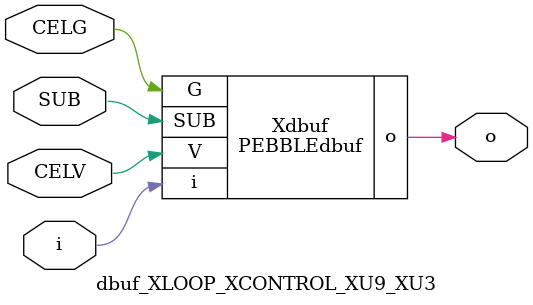
<source format=v>



module PEBBLEdbuf ( o, G, SUB, V, i );

  input V;
  input i;
  input G;
  output o;
  input SUB;
endmodule

//Celera Confidential Do Not Copy dbuf_XLOOP_XCONTROL_XU9_XU3
//Celera Confidential Symbol Generator
//Digital Buffer
module dbuf_XLOOP_XCONTROL_XU9_XU3 (CELV,CELG,i,o,SUB);
input CELV;
input CELG;
input i;
input SUB;
output o;

//Celera Confidential Do Not Copy dbuf
PEBBLEdbuf Xdbuf(
.V (CELV),
.i (i),
.o (o),
.SUB (SUB),
.G (CELG)
);
//,diesize,PEBBLEdbuf

//Celera Confidential Do Not Copy Module End
//Celera Schematic Generator
endmodule

</source>
